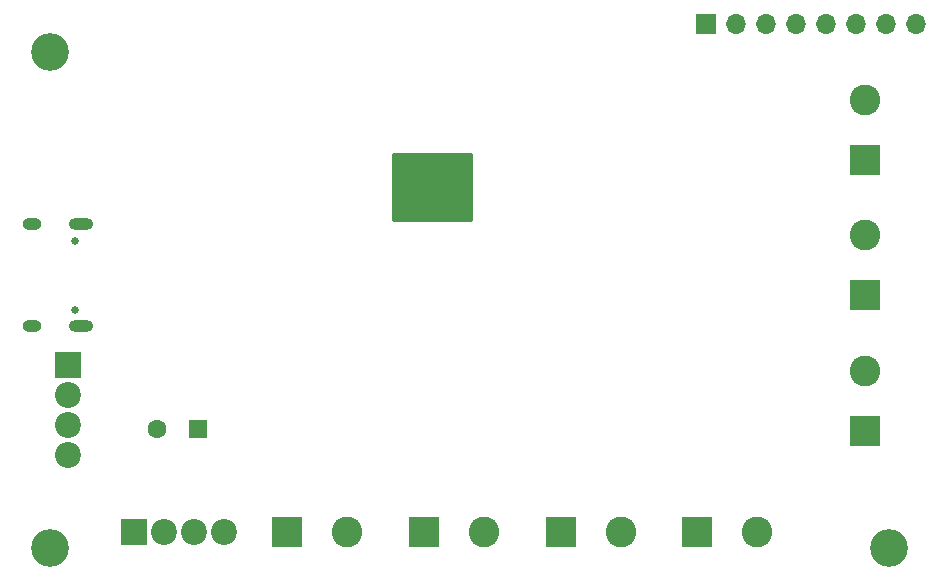
<source format=gbs>
G04 #@! TF.GenerationSoftware,KiCad,Pcbnew,(5.1.9)-1*
G04 #@! TF.CreationDate,2021-06-19T22:35:00+01:00*
G04 #@! TF.ProjectId,garden,67617264-656e-42e6-9b69-6361645f7063,rev?*
G04 #@! TF.SameCoordinates,Original*
G04 #@! TF.FileFunction,Soldermask,Bot*
G04 #@! TF.FilePolarity,Negative*
%FSLAX46Y46*%
G04 Gerber Fmt 4.6, Leading zero omitted, Abs format (unit mm)*
G04 Created by KiCad (PCBNEW (5.1.9)-1) date 2021-06-19 22:35:00*
%MOMM*%
%LPD*%
G01*
G04 APERTURE LIST*
%ADD10O,1.700000X1.700000*%
%ADD11R,1.700000X1.700000*%
%ADD12C,3.200000*%
%ADD13C,1.600000*%
%ADD14R,1.600000X1.600000*%
%ADD15O,2.100000X1.000000*%
%ADD16C,0.650000*%
%ADD17O,1.600000X1.000000*%
%ADD18C,2.600000*%
%ADD19R,2.600000X2.600000*%
%ADD20C,2.200000*%
%ADD21R,2.200000X2.200000*%
%ADD22C,0.254000*%
%ADD23C,0.100000*%
G04 APERTURE END LIST*
D10*
X131280000Y-51600000D03*
X128740000Y-51600000D03*
X126200000Y-51600000D03*
X123660000Y-51600000D03*
X121120000Y-51600000D03*
X118580000Y-51600000D03*
X116040000Y-51600000D03*
D11*
X113500000Y-51600000D03*
D12*
X129000000Y-96000000D03*
X58000000Y-96000000D03*
X58000000Y-54000000D03*
D13*
X67000000Y-85900000D03*
D14*
X70500000Y-85900000D03*
D15*
X60630000Y-77218000D03*
X60630000Y-68578000D03*
D16*
X60100000Y-70008000D03*
D17*
X56450000Y-68578000D03*
D16*
X60100000Y-75788000D03*
D17*
X56450000Y-77218000D03*
D18*
X83080000Y-94600000D03*
D19*
X78000000Y-94600000D03*
D18*
X94680000Y-94600000D03*
D19*
X89600000Y-94600000D03*
D18*
X127000000Y-58039000D03*
D19*
X127000000Y-63119000D03*
D18*
X127000000Y-81026000D03*
D19*
X127000000Y-86106000D03*
D18*
X106275000Y-94615000D03*
D19*
X101195000Y-94615000D03*
D18*
X117832000Y-94615000D03*
D19*
X112752000Y-94615000D03*
D18*
X127000000Y-69469000D03*
D19*
X127000000Y-74549000D03*
D20*
X72715000Y-94626000D03*
X70175000Y-94626000D03*
X67635000Y-94626000D03*
D21*
X65095000Y-94626000D03*
D20*
X59500000Y-88120000D03*
X59500000Y-85580000D03*
X59500000Y-83040000D03*
D21*
X59500000Y-80500000D03*
D22*
X93599000Y-68199000D02*
X86995000Y-68199000D01*
X86995000Y-62611000D01*
X93599000Y-62611000D01*
X93599000Y-68199000D01*
D23*
G36*
X93599000Y-68199000D02*
G01*
X86995000Y-68199000D01*
X86995000Y-62611000D01*
X93599000Y-62611000D01*
X93599000Y-68199000D01*
G37*
M02*

</source>
